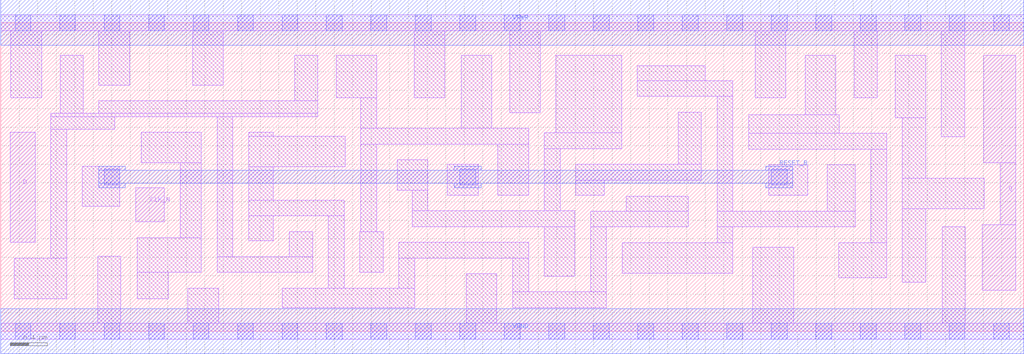
<source format=lef>
# Copyright 2020 The SkyWater PDK Authors
#
# Licensed under the Apache License, Version 2.0 (the "License");
# you may not use this file except in compliance with the License.
# You may obtain a copy of the License at
#
#     https://www.apache.org/licenses/LICENSE-2.0
#
# Unless required by applicable law or agreed to in writing, software
# distributed under the License is distributed on an "AS IS" BASIS,
# WITHOUT WARRANTIES OR CONDITIONS OF ANY KIND, either express or implied.
# See the License for the specific language governing permissions and
# limitations under the License.
#
# SPDX-License-Identifier: Apache-2.0

VERSION 5.7 ;
  NAMESCASESENSITIVE ON ;
  NOWIREEXTENSIONATPIN ON ;
  DIVIDERCHAR "/" ;
  BUSBITCHARS "[]" ;
UNITS
  DATABASE MICRONS 200 ;
END UNITS
MACRO sky130_fd_sc_hs__dfrtn_1
  CLASS CORE ;
  SOURCE USER ;
  FOREIGN sky130_fd_sc_hs__dfrtn_1 ;
  ORIGIN  0.000000  0.000000 ;
  SIZE  11.04000 BY  3.330000 ;
  SYMMETRY X Y R90 ;
  SITE unit ;
  PIN D
    ANTENNAGATEAREA  0.126000 ;
    DIRECTION INPUT ;
    USE SIGNAL ;
    PORT
      LAYER li1 ;
        RECT 0.105000 0.960000 0.370000 2.150000 ;
    END
  END D
  PIN Q
    ANTENNADIFFAREA  0.533800 ;
    DIRECTION OUTPUT ;
    USE SIGNAL ;
    PORT
      LAYER li1 ;
        RECT 10.590000 0.440000 10.955000 1.150000 ;
        RECT 10.605000 1.820000 10.955000 2.980000 ;
        RECT 10.785000 1.150000 10.955000 1.820000 ;
    END
  END Q
  PIN RESET_B
    ANTENNAGATEAREA  0.378000 ;
    DIRECTION INPUT ;
    USE SIGNAL ;
    PORT
      LAYER met1 ;
        RECT 1.055000 1.550000 1.345000 1.595000 ;
        RECT 1.055000 1.595000 8.545000 1.735000 ;
        RECT 1.055000 1.735000 1.345000 1.780000 ;
        RECT 4.895000 1.550000 5.185000 1.595000 ;
        RECT 4.895000 1.735000 5.185000 1.780000 ;
        RECT 8.255000 1.550000 8.545000 1.595000 ;
        RECT 8.255000 1.735000 8.545000 1.780000 ;
    END
  END RESET_B
  PIN CLK_N
    ANTENNAGATEAREA  0.279000 ;
    DIRECTION INPUT ;
    USE CLOCK ;
    PORT
      LAYER li1 ;
        RECT 1.455000 1.180000 1.765000 1.550000 ;
    END
  END CLK_N
  PIN VGND
    DIRECTION INOUT ;
    USE GROUND ;
    PORT
      LAYER met1 ;
        RECT 0.000000 -0.245000 11.040000 0.245000 ;
    END
  END VGND
  PIN VPWR
    DIRECTION INOUT ;
    USE POWER ;
    PORT
      LAYER met1 ;
        RECT 0.000000 3.085000 11.040000 3.575000 ;
    END
  END VPWR
  OBS
    LAYER li1 ;
      RECT  0.000000 -0.085000 11.040000 0.085000 ;
      RECT  0.000000  3.245000 11.040000 3.415000 ;
      RECT  0.110000  2.520000  0.440000 3.245000 ;
      RECT  0.145000  0.350000  0.710000 0.790000 ;
      RECT  0.540000  0.790000  0.710000 2.180000 ;
      RECT  0.540000  2.180000  1.230000 2.315000 ;
      RECT  0.540000  2.315000  3.420000 2.350000 ;
      RECT  0.640000  2.350000  0.890000 2.980000 ;
      RECT  0.880000  1.350000  1.285000 1.780000 ;
      RECT  1.045000  0.085000  1.295000 0.810000 ;
      RECT  1.060000  2.350000  3.420000 2.485000 ;
      RECT  1.060000  2.655000  1.390000 3.245000 ;
      RECT  1.475000  0.350000  1.805000 0.635000 ;
      RECT  1.475000  0.635000  2.165000 1.010000 ;
      RECT  1.515000  1.820000  2.165000 2.145000 ;
      RECT  1.935000  1.010000  2.165000 1.820000 ;
      RECT  2.020000  0.085000  2.350000 0.465000 ;
      RECT  2.070000  2.655000  2.400000 3.245000 ;
      RECT  2.335000  0.635000  3.365000 0.805000 ;
      RECT  2.335000  0.805000  2.505000 2.315000 ;
      RECT  2.675000  0.975000  2.940000 1.245000 ;
      RECT  2.675000  1.245000  3.705000 1.415000 ;
      RECT  2.675000  1.415000  2.940000 1.775000 ;
      RECT  2.675000  1.775000  3.715000 2.105000 ;
      RECT  2.675000  2.105000  2.940000 2.145000 ;
      RECT  3.035000  0.255000  4.465000 0.465000 ;
      RECT  3.115000  0.805000  3.365000 1.075000 ;
      RECT  3.170000  2.485000  3.420000 2.980000 ;
      RECT  3.535000  0.465000  3.705000 1.245000 ;
      RECT  3.620000  2.520000  4.055000 2.980000 ;
      RECT  3.875000  0.635000  4.125000 1.075000 ;
      RECT  3.885000  1.075000  4.055000 2.020000 ;
      RECT  3.885000  2.020000  5.695000 2.190000 ;
      RECT  3.885000  2.190000  4.055000 2.520000 ;
      RECT  4.280000  1.520000  4.610000 1.850000 ;
      RECT  4.295000  0.465000  4.465000 0.790000 ;
      RECT  4.295000  0.790000  5.695000 0.960000 ;
      RECT  4.440000  1.130000  6.195000 1.300000 ;
      RECT  4.440000  1.300000  4.610000 1.520000 ;
      RECT  4.460000  2.520000  4.790000 3.245000 ;
      RECT  4.820000  1.470000  5.155000 1.800000 ;
      RECT  4.970000  2.190000  5.300000 2.980000 ;
      RECT  5.025000  0.085000  5.355000 0.620000 ;
      RECT  5.365000  1.470000  5.695000 2.020000 ;
      RECT  5.490000  2.360000  5.820000 3.245000 ;
      RECT  5.525000  0.255000  6.535000 0.425000 ;
      RECT  5.525000  0.425000  5.695000 0.790000 ;
      RECT  5.865000  0.595000  6.195000 1.130000 ;
      RECT  5.865000  1.300000  6.035000 1.970000 ;
      RECT  5.865000  1.970000  6.700000 2.140000 ;
      RECT  5.990000  2.140000  6.700000 2.980000 ;
      RECT  6.205000  1.470000  6.510000 1.630000 ;
      RECT  6.205000  1.630000  7.560000 1.800000 ;
      RECT  6.365000  0.425000  6.535000 1.125000 ;
      RECT  6.365000  1.125000  7.420000 1.295000 ;
      RECT  6.705000  0.625000  7.900000 0.955000 ;
      RECT  6.750000  1.295000  7.420000 1.455000 ;
      RECT  6.870000  2.535000  7.900000 2.705000 ;
      RECT  6.870000  2.705000  7.600000 2.865000 ;
      RECT  7.310000  1.800000  7.560000 2.365000 ;
      RECT  7.730000  0.955000  7.900000 1.125000 ;
      RECT  7.730000  1.125000  9.220000 1.295000 ;
      RECT  7.730000  1.295000  7.900000 2.535000 ;
      RECT  8.070000  1.965000  9.560000 2.135000 ;
      RECT  8.070000  2.135000  9.050000 2.335000 ;
      RECT  8.115000  0.085000  8.555000 0.905000 ;
      RECT  8.140000  2.520000  8.470000 3.245000 ;
      RECT  8.285000  1.465000  8.710000 1.795000 ;
      RECT  8.680000  2.335000  9.010000 2.980000 ;
      RECT  8.920000  1.295000  9.220000 1.795000 ;
      RECT  9.045000  0.575000  9.560000 0.955000 ;
      RECT  9.210000  2.520000  9.460000 3.245000 ;
      RECT  9.390000  0.955000  9.560000 1.965000 ;
      RECT  9.650000  2.305000  9.980000 2.980000 ;
      RECT  9.730000  0.530000  9.980000 1.320000 ;
      RECT  9.730000  1.320000 10.615000 1.650000 ;
      RECT  9.730000  1.650000  9.980000 2.305000 ;
      RECT 10.150000  2.100000 10.400000 3.245000 ;
      RECT 10.160000  0.085000 10.410000 1.130000 ;
    LAYER mcon ;
      RECT  0.155000 -0.085000  0.325000 0.085000 ;
      RECT  0.155000  3.245000  0.325000 3.415000 ;
      RECT  0.635000 -0.085000  0.805000 0.085000 ;
      RECT  0.635000  3.245000  0.805000 3.415000 ;
      RECT  1.115000 -0.085000  1.285000 0.085000 ;
      RECT  1.115000  1.580000  1.285000 1.750000 ;
      RECT  1.115000  3.245000  1.285000 3.415000 ;
      RECT  1.595000 -0.085000  1.765000 0.085000 ;
      RECT  1.595000  3.245000  1.765000 3.415000 ;
      RECT  2.075000 -0.085000  2.245000 0.085000 ;
      RECT  2.075000  3.245000  2.245000 3.415000 ;
      RECT  2.555000 -0.085000  2.725000 0.085000 ;
      RECT  2.555000  3.245000  2.725000 3.415000 ;
      RECT  3.035000 -0.085000  3.205000 0.085000 ;
      RECT  3.035000  3.245000  3.205000 3.415000 ;
      RECT  3.515000 -0.085000  3.685000 0.085000 ;
      RECT  3.515000  3.245000  3.685000 3.415000 ;
      RECT  3.995000 -0.085000  4.165000 0.085000 ;
      RECT  3.995000  3.245000  4.165000 3.415000 ;
      RECT  4.475000 -0.085000  4.645000 0.085000 ;
      RECT  4.475000  3.245000  4.645000 3.415000 ;
      RECT  4.955000 -0.085000  5.125000 0.085000 ;
      RECT  4.955000  1.580000  5.125000 1.750000 ;
      RECT  4.955000  3.245000  5.125000 3.415000 ;
      RECT  5.435000 -0.085000  5.605000 0.085000 ;
      RECT  5.435000  3.245000  5.605000 3.415000 ;
      RECT  5.915000 -0.085000  6.085000 0.085000 ;
      RECT  5.915000  3.245000  6.085000 3.415000 ;
      RECT  6.395000 -0.085000  6.565000 0.085000 ;
      RECT  6.395000  3.245000  6.565000 3.415000 ;
      RECT  6.875000 -0.085000  7.045000 0.085000 ;
      RECT  6.875000  3.245000  7.045000 3.415000 ;
      RECT  7.355000 -0.085000  7.525000 0.085000 ;
      RECT  7.355000  3.245000  7.525000 3.415000 ;
      RECT  7.835000 -0.085000  8.005000 0.085000 ;
      RECT  7.835000  3.245000  8.005000 3.415000 ;
      RECT  8.315000 -0.085000  8.485000 0.085000 ;
      RECT  8.315000  1.580000  8.485000 1.750000 ;
      RECT  8.315000  3.245000  8.485000 3.415000 ;
      RECT  8.795000 -0.085000  8.965000 0.085000 ;
      RECT  8.795000  3.245000  8.965000 3.415000 ;
      RECT  9.275000 -0.085000  9.445000 0.085000 ;
      RECT  9.275000  3.245000  9.445000 3.415000 ;
      RECT  9.755000 -0.085000  9.925000 0.085000 ;
      RECT  9.755000  3.245000  9.925000 3.415000 ;
      RECT 10.235000 -0.085000 10.405000 0.085000 ;
      RECT 10.235000  3.245000 10.405000 3.415000 ;
      RECT 10.715000 -0.085000 10.885000 0.085000 ;
      RECT 10.715000  3.245000 10.885000 3.415000 ;
  END
END sky130_fd_sc_hs__dfrtn_1
END LIBRARY

</source>
